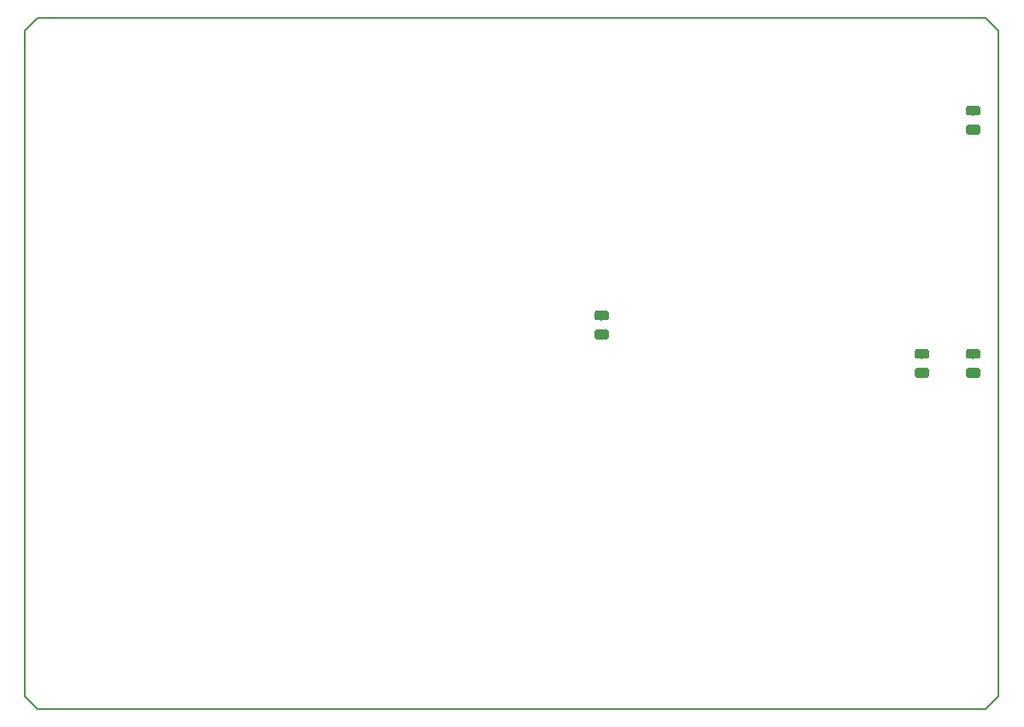
<source format=gtp>
G04 #@! TF.GenerationSoftware,KiCad,Pcbnew,6.0.0-rc1-unknown-7c960aa~66~ubuntu18.04.1*
G04 #@! TF.CreationDate,2019-03-05T20:53:04-05:00*
G04 #@! TF.ProjectId,backdash_v1.5,6261636B646173685F76312E352E6B69,rev?*
G04 #@! TF.SameCoordinates,Original*
G04 #@! TF.FileFunction,Paste,Top*
G04 #@! TF.FilePolarity,Positive*
%FSLAX46Y46*%
G04 Gerber Fmt 4.6, Leading zero omitted, Abs format (unit mm)*
G04 Created by KiCad (PCBNEW 6.0.0-rc1-unknown-7c960aa~66~ubuntu18.04.1) date Tue 05 Mar 2019 08:53:04 PM EST*
%MOMM*%
%LPD*%
G01*
G04 APERTURE LIST*
%ADD10C,0.150000*%
%ADD11C,0.100000*%
%ADD12C,0.975000*%
G04 APERTURE END LIST*
D10*
X62230000Y-19050000D02*
X63500000Y-17780000D01*
X62230000Y-85090000D02*
X62230000Y-19050000D01*
X63500000Y-86360000D02*
X62230000Y-85090000D01*
X157480000Y-86360000D02*
X63500000Y-86360000D01*
X158750000Y-85090000D02*
X157480000Y-86360000D01*
X158750000Y-19050000D02*
X158750000Y-85090000D01*
X157480000Y-17780000D02*
X158750000Y-19050000D01*
X63500000Y-17780000D02*
X157480000Y-17780000D01*
D11*
G04 #@! TO.C,R3*
G36*
X119860142Y-48711174D02*
X119883803Y-48714684D01*
X119907007Y-48720496D01*
X119929529Y-48728554D01*
X119951153Y-48738782D01*
X119971670Y-48751079D01*
X119990883Y-48765329D01*
X120008607Y-48781393D01*
X120024671Y-48799117D01*
X120038921Y-48818330D01*
X120051218Y-48838847D01*
X120061446Y-48860471D01*
X120069504Y-48882993D01*
X120075316Y-48906197D01*
X120078826Y-48929858D01*
X120080000Y-48953750D01*
X120080000Y-49441250D01*
X120078826Y-49465142D01*
X120075316Y-49488803D01*
X120069504Y-49512007D01*
X120061446Y-49534529D01*
X120051218Y-49556153D01*
X120038921Y-49576670D01*
X120024671Y-49595883D01*
X120008607Y-49613607D01*
X119990883Y-49629671D01*
X119971670Y-49643921D01*
X119951153Y-49656218D01*
X119929529Y-49666446D01*
X119907007Y-49674504D01*
X119883803Y-49680316D01*
X119860142Y-49683826D01*
X119836250Y-49685000D01*
X118923750Y-49685000D01*
X118899858Y-49683826D01*
X118876197Y-49680316D01*
X118852993Y-49674504D01*
X118830471Y-49666446D01*
X118808847Y-49656218D01*
X118788330Y-49643921D01*
X118769117Y-49629671D01*
X118751393Y-49613607D01*
X118735329Y-49595883D01*
X118721079Y-49576670D01*
X118708782Y-49556153D01*
X118698554Y-49534529D01*
X118690496Y-49512007D01*
X118684684Y-49488803D01*
X118681174Y-49465142D01*
X118680000Y-49441250D01*
X118680000Y-48953750D01*
X118681174Y-48929858D01*
X118684684Y-48906197D01*
X118690496Y-48882993D01*
X118698554Y-48860471D01*
X118708782Y-48838847D01*
X118721079Y-48818330D01*
X118735329Y-48799117D01*
X118751393Y-48781393D01*
X118769117Y-48765329D01*
X118788330Y-48751079D01*
X118808847Y-48738782D01*
X118830471Y-48728554D01*
X118852993Y-48720496D01*
X118876197Y-48714684D01*
X118899858Y-48711174D01*
X118923750Y-48710000D01*
X119836250Y-48710000D01*
X119860142Y-48711174D01*
X119860142Y-48711174D01*
G37*
D12*
X119380000Y-49197500D03*
D11*
G36*
X119860142Y-46836174D02*
X119883803Y-46839684D01*
X119907007Y-46845496D01*
X119929529Y-46853554D01*
X119951153Y-46863782D01*
X119971670Y-46876079D01*
X119990883Y-46890329D01*
X120008607Y-46906393D01*
X120024671Y-46924117D01*
X120038921Y-46943330D01*
X120051218Y-46963847D01*
X120061446Y-46985471D01*
X120069504Y-47007993D01*
X120075316Y-47031197D01*
X120078826Y-47054858D01*
X120080000Y-47078750D01*
X120080000Y-47566250D01*
X120078826Y-47590142D01*
X120075316Y-47613803D01*
X120069504Y-47637007D01*
X120061446Y-47659529D01*
X120051218Y-47681153D01*
X120038921Y-47701670D01*
X120024671Y-47720883D01*
X120008607Y-47738607D01*
X119990883Y-47754671D01*
X119971670Y-47768921D01*
X119951153Y-47781218D01*
X119929529Y-47791446D01*
X119907007Y-47799504D01*
X119883803Y-47805316D01*
X119860142Y-47808826D01*
X119836250Y-47810000D01*
X118923750Y-47810000D01*
X118899858Y-47808826D01*
X118876197Y-47805316D01*
X118852993Y-47799504D01*
X118830471Y-47791446D01*
X118808847Y-47781218D01*
X118788330Y-47768921D01*
X118769117Y-47754671D01*
X118751393Y-47738607D01*
X118735329Y-47720883D01*
X118721079Y-47701670D01*
X118708782Y-47681153D01*
X118698554Y-47659529D01*
X118690496Y-47637007D01*
X118684684Y-47613803D01*
X118681174Y-47590142D01*
X118680000Y-47566250D01*
X118680000Y-47078750D01*
X118681174Y-47054858D01*
X118684684Y-47031197D01*
X118690496Y-47007993D01*
X118698554Y-46985471D01*
X118708782Y-46963847D01*
X118721079Y-46943330D01*
X118735329Y-46924117D01*
X118751393Y-46906393D01*
X118769117Y-46890329D01*
X118788330Y-46876079D01*
X118808847Y-46863782D01*
X118830471Y-46853554D01*
X118852993Y-46845496D01*
X118876197Y-46839684D01*
X118899858Y-46836174D01*
X118923750Y-46835000D01*
X119836250Y-46835000D01*
X119860142Y-46836174D01*
X119860142Y-46836174D01*
G37*
D12*
X119380000Y-47322500D03*
G04 #@! TD*
D11*
G04 #@! TO.C,R2*
G36*
X156690142Y-28391174D02*
X156713803Y-28394684D01*
X156737007Y-28400496D01*
X156759529Y-28408554D01*
X156781153Y-28418782D01*
X156801670Y-28431079D01*
X156820883Y-28445329D01*
X156838607Y-28461393D01*
X156854671Y-28479117D01*
X156868921Y-28498330D01*
X156881218Y-28518847D01*
X156891446Y-28540471D01*
X156899504Y-28562993D01*
X156905316Y-28586197D01*
X156908826Y-28609858D01*
X156910000Y-28633750D01*
X156910000Y-29121250D01*
X156908826Y-29145142D01*
X156905316Y-29168803D01*
X156899504Y-29192007D01*
X156891446Y-29214529D01*
X156881218Y-29236153D01*
X156868921Y-29256670D01*
X156854671Y-29275883D01*
X156838607Y-29293607D01*
X156820883Y-29309671D01*
X156801670Y-29323921D01*
X156781153Y-29336218D01*
X156759529Y-29346446D01*
X156737007Y-29354504D01*
X156713803Y-29360316D01*
X156690142Y-29363826D01*
X156666250Y-29365000D01*
X155753750Y-29365000D01*
X155729858Y-29363826D01*
X155706197Y-29360316D01*
X155682993Y-29354504D01*
X155660471Y-29346446D01*
X155638847Y-29336218D01*
X155618330Y-29323921D01*
X155599117Y-29309671D01*
X155581393Y-29293607D01*
X155565329Y-29275883D01*
X155551079Y-29256670D01*
X155538782Y-29236153D01*
X155528554Y-29214529D01*
X155520496Y-29192007D01*
X155514684Y-29168803D01*
X155511174Y-29145142D01*
X155510000Y-29121250D01*
X155510000Y-28633750D01*
X155511174Y-28609858D01*
X155514684Y-28586197D01*
X155520496Y-28562993D01*
X155528554Y-28540471D01*
X155538782Y-28518847D01*
X155551079Y-28498330D01*
X155565329Y-28479117D01*
X155581393Y-28461393D01*
X155599117Y-28445329D01*
X155618330Y-28431079D01*
X155638847Y-28418782D01*
X155660471Y-28408554D01*
X155682993Y-28400496D01*
X155706197Y-28394684D01*
X155729858Y-28391174D01*
X155753750Y-28390000D01*
X156666250Y-28390000D01*
X156690142Y-28391174D01*
X156690142Y-28391174D01*
G37*
D12*
X156210000Y-28877500D03*
D11*
G36*
X156690142Y-26516174D02*
X156713803Y-26519684D01*
X156737007Y-26525496D01*
X156759529Y-26533554D01*
X156781153Y-26543782D01*
X156801670Y-26556079D01*
X156820883Y-26570329D01*
X156838607Y-26586393D01*
X156854671Y-26604117D01*
X156868921Y-26623330D01*
X156881218Y-26643847D01*
X156891446Y-26665471D01*
X156899504Y-26687993D01*
X156905316Y-26711197D01*
X156908826Y-26734858D01*
X156910000Y-26758750D01*
X156910000Y-27246250D01*
X156908826Y-27270142D01*
X156905316Y-27293803D01*
X156899504Y-27317007D01*
X156891446Y-27339529D01*
X156881218Y-27361153D01*
X156868921Y-27381670D01*
X156854671Y-27400883D01*
X156838607Y-27418607D01*
X156820883Y-27434671D01*
X156801670Y-27448921D01*
X156781153Y-27461218D01*
X156759529Y-27471446D01*
X156737007Y-27479504D01*
X156713803Y-27485316D01*
X156690142Y-27488826D01*
X156666250Y-27490000D01*
X155753750Y-27490000D01*
X155729858Y-27488826D01*
X155706197Y-27485316D01*
X155682993Y-27479504D01*
X155660471Y-27471446D01*
X155638847Y-27461218D01*
X155618330Y-27448921D01*
X155599117Y-27434671D01*
X155581393Y-27418607D01*
X155565329Y-27400883D01*
X155551079Y-27381670D01*
X155538782Y-27361153D01*
X155528554Y-27339529D01*
X155520496Y-27317007D01*
X155514684Y-27293803D01*
X155511174Y-27270142D01*
X155510000Y-27246250D01*
X155510000Y-26758750D01*
X155511174Y-26734858D01*
X155514684Y-26711197D01*
X155520496Y-26687993D01*
X155528554Y-26665471D01*
X155538782Y-26643847D01*
X155551079Y-26623330D01*
X155565329Y-26604117D01*
X155581393Y-26586393D01*
X155599117Y-26570329D01*
X155618330Y-26556079D01*
X155638847Y-26543782D01*
X155660471Y-26533554D01*
X155682993Y-26525496D01*
X155706197Y-26519684D01*
X155729858Y-26516174D01*
X155753750Y-26515000D01*
X156666250Y-26515000D01*
X156690142Y-26516174D01*
X156690142Y-26516174D01*
G37*
D12*
X156210000Y-27002500D03*
G04 #@! TD*
D11*
G04 #@! TO.C,R1*
G36*
X151610142Y-50646174D02*
X151633803Y-50649684D01*
X151657007Y-50655496D01*
X151679529Y-50663554D01*
X151701153Y-50673782D01*
X151721670Y-50686079D01*
X151740883Y-50700329D01*
X151758607Y-50716393D01*
X151774671Y-50734117D01*
X151788921Y-50753330D01*
X151801218Y-50773847D01*
X151811446Y-50795471D01*
X151819504Y-50817993D01*
X151825316Y-50841197D01*
X151828826Y-50864858D01*
X151830000Y-50888750D01*
X151830000Y-51376250D01*
X151828826Y-51400142D01*
X151825316Y-51423803D01*
X151819504Y-51447007D01*
X151811446Y-51469529D01*
X151801218Y-51491153D01*
X151788921Y-51511670D01*
X151774671Y-51530883D01*
X151758607Y-51548607D01*
X151740883Y-51564671D01*
X151721670Y-51578921D01*
X151701153Y-51591218D01*
X151679529Y-51601446D01*
X151657007Y-51609504D01*
X151633803Y-51615316D01*
X151610142Y-51618826D01*
X151586250Y-51620000D01*
X150673750Y-51620000D01*
X150649858Y-51618826D01*
X150626197Y-51615316D01*
X150602993Y-51609504D01*
X150580471Y-51601446D01*
X150558847Y-51591218D01*
X150538330Y-51578921D01*
X150519117Y-51564671D01*
X150501393Y-51548607D01*
X150485329Y-51530883D01*
X150471079Y-51511670D01*
X150458782Y-51491153D01*
X150448554Y-51469529D01*
X150440496Y-51447007D01*
X150434684Y-51423803D01*
X150431174Y-51400142D01*
X150430000Y-51376250D01*
X150430000Y-50888750D01*
X150431174Y-50864858D01*
X150434684Y-50841197D01*
X150440496Y-50817993D01*
X150448554Y-50795471D01*
X150458782Y-50773847D01*
X150471079Y-50753330D01*
X150485329Y-50734117D01*
X150501393Y-50716393D01*
X150519117Y-50700329D01*
X150538330Y-50686079D01*
X150558847Y-50673782D01*
X150580471Y-50663554D01*
X150602993Y-50655496D01*
X150626197Y-50649684D01*
X150649858Y-50646174D01*
X150673750Y-50645000D01*
X151586250Y-50645000D01*
X151610142Y-50646174D01*
X151610142Y-50646174D01*
G37*
D12*
X151130000Y-51132500D03*
D11*
G36*
X151610142Y-52521174D02*
X151633803Y-52524684D01*
X151657007Y-52530496D01*
X151679529Y-52538554D01*
X151701153Y-52548782D01*
X151721670Y-52561079D01*
X151740883Y-52575329D01*
X151758607Y-52591393D01*
X151774671Y-52609117D01*
X151788921Y-52628330D01*
X151801218Y-52648847D01*
X151811446Y-52670471D01*
X151819504Y-52692993D01*
X151825316Y-52716197D01*
X151828826Y-52739858D01*
X151830000Y-52763750D01*
X151830000Y-53251250D01*
X151828826Y-53275142D01*
X151825316Y-53298803D01*
X151819504Y-53322007D01*
X151811446Y-53344529D01*
X151801218Y-53366153D01*
X151788921Y-53386670D01*
X151774671Y-53405883D01*
X151758607Y-53423607D01*
X151740883Y-53439671D01*
X151721670Y-53453921D01*
X151701153Y-53466218D01*
X151679529Y-53476446D01*
X151657007Y-53484504D01*
X151633803Y-53490316D01*
X151610142Y-53493826D01*
X151586250Y-53495000D01*
X150673750Y-53495000D01*
X150649858Y-53493826D01*
X150626197Y-53490316D01*
X150602993Y-53484504D01*
X150580471Y-53476446D01*
X150558847Y-53466218D01*
X150538330Y-53453921D01*
X150519117Y-53439671D01*
X150501393Y-53423607D01*
X150485329Y-53405883D01*
X150471079Y-53386670D01*
X150458782Y-53366153D01*
X150448554Y-53344529D01*
X150440496Y-53322007D01*
X150434684Y-53298803D01*
X150431174Y-53275142D01*
X150430000Y-53251250D01*
X150430000Y-52763750D01*
X150431174Y-52739858D01*
X150434684Y-52716197D01*
X150440496Y-52692993D01*
X150448554Y-52670471D01*
X150458782Y-52648847D01*
X150471079Y-52628330D01*
X150485329Y-52609117D01*
X150501393Y-52591393D01*
X150519117Y-52575329D01*
X150538330Y-52561079D01*
X150558847Y-52548782D01*
X150580471Y-52538554D01*
X150602993Y-52530496D01*
X150626197Y-52524684D01*
X150649858Y-52521174D01*
X150673750Y-52520000D01*
X151586250Y-52520000D01*
X151610142Y-52521174D01*
X151610142Y-52521174D01*
G37*
D12*
X151130000Y-53007500D03*
G04 #@! TD*
D11*
G04 #@! TO.C,DNP1*
G36*
X156690142Y-52521174D02*
X156713803Y-52524684D01*
X156737007Y-52530496D01*
X156759529Y-52538554D01*
X156781153Y-52548782D01*
X156801670Y-52561079D01*
X156820883Y-52575329D01*
X156838607Y-52591393D01*
X156854671Y-52609117D01*
X156868921Y-52628330D01*
X156881218Y-52648847D01*
X156891446Y-52670471D01*
X156899504Y-52692993D01*
X156905316Y-52716197D01*
X156908826Y-52739858D01*
X156910000Y-52763750D01*
X156910000Y-53251250D01*
X156908826Y-53275142D01*
X156905316Y-53298803D01*
X156899504Y-53322007D01*
X156891446Y-53344529D01*
X156881218Y-53366153D01*
X156868921Y-53386670D01*
X156854671Y-53405883D01*
X156838607Y-53423607D01*
X156820883Y-53439671D01*
X156801670Y-53453921D01*
X156781153Y-53466218D01*
X156759529Y-53476446D01*
X156737007Y-53484504D01*
X156713803Y-53490316D01*
X156690142Y-53493826D01*
X156666250Y-53495000D01*
X155753750Y-53495000D01*
X155729858Y-53493826D01*
X155706197Y-53490316D01*
X155682993Y-53484504D01*
X155660471Y-53476446D01*
X155638847Y-53466218D01*
X155618330Y-53453921D01*
X155599117Y-53439671D01*
X155581393Y-53423607D01*
X155565329Y-53405883D01*
X155551079Y-53386670D01*
X155538782Y-53366153D01*
X155528554Y-53344529D01*
X155520496Y-53322007D01*
X155514684Y-53298803D01*
X155511174Y-53275142D01*
X155510000Y-53251250D01*
X155510000Y-52763750D01*
X155511174Y-52739858D01*
X155514684Y-52716197D01*
X155520496Y-52692993D01*
X155528554Y-52670471D01*
X155538782Y-52648847D01*
X155551079Y-52628330D01*
X155565329Y-52609117D01*
X155581393Y-52591393D01*
X155599117Y-52575329D01*
X155618330Y-52561079D01*
X155638847Y-52548782D01*
X155660471Y-52538554D01*
X155682993Y-52530496D01*
X155706197Y-52524684D01*
X155729858Y-52521174D01*
X155753750Y-52520000D01*
X156666250Y-52520000D01*
X156690142Y-52521174D01*
X156690142Y-52521174D01*
G37*
D12*
X156210000Y-53007500D03*
D11*
G36*
X156690142Y-50646174D02*
X156713803Y-50649684D01*
X156737007Y-50655496D01*
X156759529Y-50663554D01*
X156781153Y-50673782D01*
X156801670Y-50686079D01*
X156820883Y-50700329D01*
X156838607Y-50716393D01*
X156854671Y-50734117D01*
X156868921Y-50753330D01*
X156881218Y-50773847D01*
X156891446Y-50795471D01*
X156899504Y-50817993D01*
X156905316Y-50841197D01*
X156908826Y-50864858D01*
X156910000Y-50888750D01*
X156910000Y-51376250D01*
X156908826Y-51400142D01*
X156905316Y-51423803D01*
X156899504Y-51447007D01*
X156891446Y-51469529D01*
X156881218Y-51491153D01*
X156868921Y-51511670D01*
X156854671Y-51530883D01*
X156838607Y-51548607D01*
X156820883Y-51564671D01*
X156801670Y-51578921D01*
X156781153Y-51591218D01*
X156759529Y-51601446D01*
X156737007Y-51609504D01*
X156713803Y-51615316D01*
X156690142Y-51618826D01*
X156666250Y-51620000D01*
X155753750Y-51620000D01*
X155729858Y-51618826D01*
X155706197Y-51615316D01*
X155682993Y-51609504D01*
X155660471Y-51601446D01*
X155638847Y-51591218D01*
X155618330Y-51578921D01*
X155599117Y-51564671D01*
X155581393Y-51548607D01*
X155565329Y-51530883D01*
X155551079Y-51511670D01*
X155538782Y-51491153D01*
X155528554Y-51469529D01*
X155520496Y-51447007D01*
X155514684Y-51423803D01*
X155511174Y-51400142D01*
X155510000Y-51376250D01*
X155510000Y-50888750D01*
X155511174Y-50864858D01*
X155514684Y-50841197D01*
X155520496Y-50817993D01*
X155528554Y-50795471D01*
X155538782Y-50773847D01*
X155551079Y-50753330D01*
X155565329Y-50734117D01*
X155581393Y-50716393D01*
X155599117Y-50700329D01*
X155618330Y-50686079D01*
X155638847Y-50673782D01*
X155660471Y-50663554D01*
X155682993Y-50655496D01*
X155706197Y-50649684D01*
X155729858Y-50646174D01*
X155753750Y-50645000D01*
X156666250Y-50645000D01*
X156690142Y-50646174D01*
X156690142Y-50646174D01*
G37*
D12*
X156210000Y-51132500D03*
G04 #@! TD*
M02*

</source>
